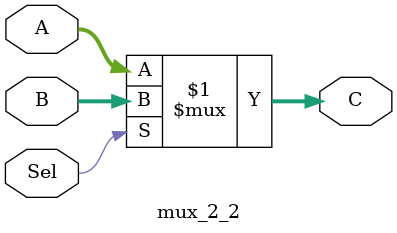
<source format=v>
`timescale 1ns / 1ps


module mux_2_2(
    A, B, C, Sel
    );
    
    input [1:0] A, B;
    input Sel;
    
    output [1:0] C;
    
    assign C = Sel ? B : A;
    
endmodule

</source>
